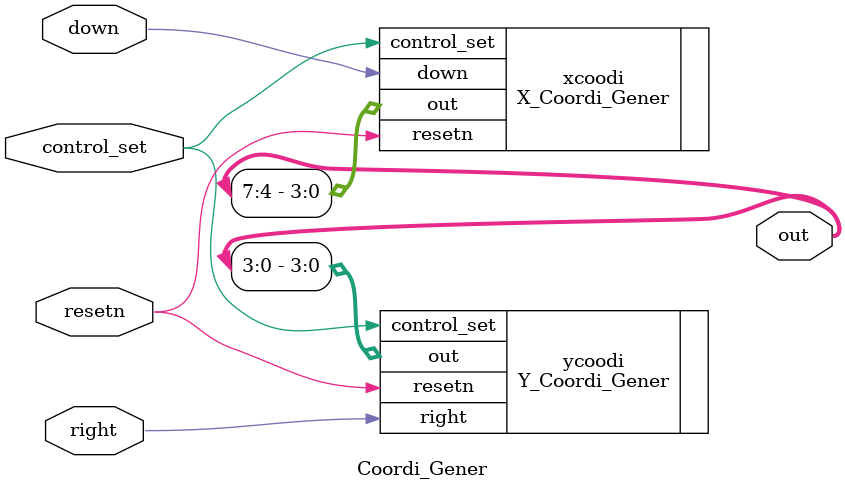
<source format=v>
module Coordi_Gener(right, down, control_set, resetn, out);
    input right, down;
    input resetn, control_set;
    output [7:0] out;

    X_Coordi_Gener xcoodi(.down(down), .control_set(control_set), .resetn(resetn), .out(out[7:4]));
    Y_Coordi_Gener ycoodi(.right(right), .control_set(control_set), .resetn(resetn), .out(out[3:0]));

endmodule

</source>
